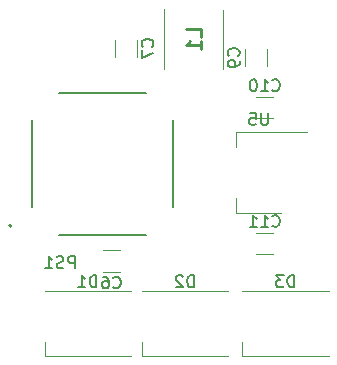
<source format=gbr>
G04 #@! TF.GenerationSoftware,KiCad,Pcbnew,7.0.2-6a45011f42~172~ubuntu22.04.1*
G04 #@! TF.CreationDate,2023-06-14T15:19:40+02:00*
G04 #@! TF.ProjectId,imu_module,696d755f-6d6f-4647-956c-652e6b696361,rev?*
G04 #@! TF.SameCoordinates,Original*
G04 #@! TF.FileFunction,Legend,Bot*
G04 #@! TF.FilePolarity,Positive*
%FSLAX46Y46*%
G04 Gerber Fmt 4.6, Leading zero omitted, Abs format (unit mm)*
G04 Created by KiCad (PCBNEW 7.0.2-6a45011f42~172~ubuntu22.04.1) date 2023-06-14 15:19:40*
%MOMM*%
%LPD*%
G01*
G04 APERTURE LIST*
%ADD10C,0.254000*%
%ADD11C,0.150000*%
%ADD12C,0.100000*%
%ADD13C,0.120000*%
%ADD14C,0.127000*%
%ADD15C,0.200000*%
G04 APERTURE END LIST*
D10*
X16337526Y-4488333D02*
X16337526Y-3883571D01*
X16337526Y-3883571D02*
X15067526Y-3883571D01*
X16337526Y-5576905D02*
X16337526Y-4851190D01*
X16337526Y-5214047D02*
X15067526Y-5214047D01*
X15067526Y-5214047D02*
X15248954Y-5093095D01*
X15248954Y-5093095D02*
X15369907Y-4972143D01*
X15369907Y-4972143D02*
X15430383Y-4851190D01*
D11*
X24238094Y-25712619D02*
X24238094Y-24712619D01*
X24238094Y-24712619D02*
X23999999Y-24712619D01*
X23999999Y-24712619D02*
X23857142Y-24760238D01*
X23857142Y-24760238D02*
X23761904Y-24855476D01*
X23761904Y-24855476D02*
X23714285Y-24950714D01*
X23714285Y-24950714D02*
X23666666Y-25141190D01*
X23666666Y-25141190D02*
X23666666Y-25284047D01*
X23666666Y-25284047D02*
X23714285Y-25474523D01*
X23714285Y-25474523D02*
X23761904Y-25569761D01*
X23761904Y-25569761D02*
X23857142Y-25665000D01*
X23857142Y-25665000D02*
X23999999Y-25712619D01*
X23999999Y-25712619D02*
X24238094Y-25712619D01*
X23333332Y-24712619D02*
X22714285Y-24712619D01*
X22714285Y-24712619D02*
X23047618Y-25093571D01*
X23047618Y-25093571D02*
X22904761Y-25093571D01*
X22904761Y-25093571D02*
X22809523Y-25141190D01*
X22809523Y-25141190D02*
X22761904Y-25188809D01*
X22761904Y-25188809D02*
X22714285Y-25284047D01*
X22714285Y-25284047D02*
X22714285Y-25522142D01*
X22714285Y-25522142D02*
X22761904Y-25617380D01*
X22761904Y-25617380D02*
X22809523Y-25665000D01*
X22809523Y-25665000D02*
X22904761Y-25712619D01*
X22904761Y-25712619D02*
X23190475Y-25712619D01*
X23190475Y-25712619D02*
X23285713Y-25665000D01*
X23285713Y-25665000D02*
X23333332Y-25617380D01*
X15738094Y-25712619D02*
X15738094Y-24712619D01*
X15738094Y-24712619D02*
X15499999Y-24712619D01*
X15499999Y-24712619D02*
X15357142Y-24760238D01*
X15357142Y-24760238D02*
X15261904Y-24855476D01*
X15261904Y-24855476D02*
X15214285Y-24950714D01*
X15214285Y-24950714D02*
X15166666Y-25141190D01*
X15166666Y-25141190D02*
X15166666Y-25284047D01*
X15166666Y-25284047D02*
X15214285Y-25474523D01*
X15214285Y-25474523D02*
X15261904Y-25569761D01*
X15261904Y-25569761D02*
X15357142Y-25665000D01*
X15357142Y-25665000D02*
X15499999Y-25712619D01*
X15499999Y-25712619D02*
X15738094Y-25712619D01*
X14785713Y-24807857D02*
X14738094Y-24760238D01*
X14738094Y-24760238D02*
X14642856Y-24712619D01*
X14642856Y-24712619D02*
X14404761Y-24712619D01*
X14404761Y-24712619D02*
X14309523Y-24760238D01*
X14309523Y-24760238D02*
X14261904Y-24807857D01*
X14261904Y-24807857D02*
X14214285Y-24903095D01*
X14214285Y-24903095D02*
X14214285Y-24998333D01*
X14214285Y-24998333D02*
X14261904Y-25141190D01*
X14261904Y-25141190D02*
X14833332Y-25712619D01*
X14833332Y-25712619D02*
X14214285Y-25712619D01*
X7488094Y-25712619D02*
X7488094Y-24712619D01*
X7488094Y-24712619D02*
X7249999Y-24712619D01*
X7249999Y-24712619D02*
X7107142Y-24760238D01*
X7107142Y-24760238D02*
X7011904Y-24855476D01*
X7011904Y-24855476D02*
X6964285Y-24950714D01*
X6964285Y-24950714D02*
X6916666Y-25141190D01*
X6916666Y-25141190D02*
X6916666Y-25284047D01*
X6916666Y-25284047D02*
X6964285Y-25474523D01*
X6964285Y-25474523D02*
X7011904Y-25569761D01*
X7011904Y-25569761D02*
X7107142Y-25665000D01*
X7107142Y-25665000D02*
X7249999Y-25712619D01*
X7249999Y-25712619D02*
X7488094Y-25712619D01*
X5964285Y-25712619D02*
X6535713Y-25712619D01*
X6249999Y-25712619D02*
X6249999Y-24712619D01*
X6249999Y-24712619D02*
X6345237Y-24855476D01*
X6345237Y-24855476D02*
X6440475Y-24950714D01*
X6440475Y-24950714D02*
X6535713Y-24998333D01*
X5639285Y-24097619D02*
X5639285Y-23097619D01*
X5639285Y-23097619D02*
X5258333Y-23097619D01*
X5258333Y-23097619D02*
X5163095Y-23145238D01*
X5163095Y-23145238D02*
X5115476Y-23192857D01*
X5115476Y-23192857D02*
X5067857Y-23288095D01*
X5067857Y-23288095D02*
X5067857Y-23430952D01*
X5067857Y-23430952D02*
X5115476Y-23526190D01*
X5115476Y-23526190D02*
X5163095Y-23573809D01*
X5163095Y-23573809D02*
X5258333Y-23621428D01*
X5258333Y-23621428D02*
X5639285Y-23621428D01*
X4686904Y-24050000D02*
X4544047Y-24097619D01*
X4544047Y-24097619D02*
X4305952Y-24097619D01*
X4305952Y-24097619D02*
X4210714Y-24050000D01*
X4210714Y-24050000D02*
X4163095Y-24002380D01*
X4163095Y-24002380D02*
X4115476Y-23907142D01*
X4115476Y-23907142D02*
X4115476Y-23811904D01*
X4115476Y-23811904D02*
X4163095Y-23716666D01*
X4163095Y-23716666D02*
X4210714Y-23669047D01*
X4210714Y-23669047D02*
X4305952Y-23621428D01*
X4305952Y-23621428D02*
X4496428Y-23573809D01*
X4496428Y-23573809D02*
X4591666Y-23526190D01*
X4591666Y-23526190D02*
X4639285Y-23478571D01*
X4639285Y-23478571D02*
X4686904Y-23383333D01*
X4686904Y-23383333D02*
X4686904Y-23288095D01*
X4686904Y-23288095D02*
X4639285Y-23192857D01*
X4639285Y-23192857D02*
X4591666Y-23145238D01*
X4591666Y-23145238D02*
X4496428Y-23097619D01*
X4496428Y-23097619D02*
X4258333Y-23097619D01*
X4258333Y-23097619D02*
X4115476Y-23145238D01*
X3163095Y-24097619D02*
X3734523Y-24097619D01*
X3448809Y-24097619D02*
X3448809Y-23097619D01*
X3448809Y-23097619D02*
X3544047Y-23240476D01*
X3544047Y-23240476D02*
X3639285Y-23335714D01*
X3639285Y-23335714D02*
X3734523Y-23383333D01*
X22392857Y-9017380D02*
X22440476Y-9065000D01*
X22440476Y-9065000D02*
X22583333Y-9112619D01*
X22583333Y-9112619D02*
X22678571Y-9112619D01*
X22678571Y-9112619D02*
X22821428Y-9065000D01*
X22821428Y-9065000D02*
X22916666Y-8969761D01*
X22916666Y-8969761D02*
X22964285Y-8874523D01*
X22964285Y-8874523D02*
X23011904Y-8684047D01*
X23011904Y-8684047D02*
X23011904Y-8541190D01*
X23011904Y-8541190D02*
X22964285Y-8350714D01*
X22964285Y-8350714D02*
X22916666Y-8255476D01*
X22916666Y-8255476D02*
X22821428Y-8160238D01*
X22821428Y-8160238D02*
X22678571Y-8112619D01*
X22678571Y-8112619D02*
X22583333Y-8112619D01*
X22583333Y-8112619D02*
X22440476Y-8160238D01*
X22440476Y-8160238D02*
X22392857Y-8207857D01*
X21440476Y-9112619D02*
X22011904Y-9112619D01*
X21726190Y-9112619D02*
X21726190Y-8112619D01*
X21726190Y-8112619D02*
X21821428Y-8255476D01*
X21821428Y-8255476D02*
X21916666Y-8350714D01*
X21916666Y-8350714D02*
X22011904Y-8398333D01*
X20821428Y-8112619D02*
X20726190Y-8112619D01*
X20726190Y-8112619D02*
X20630952Y-8160238D01*
X20630952Y-8160238D02*
X20583333Y-8207857D01*
X20583333Y-8207857D02*
X20535714Y-8303095D01*
X20535714Y-8303095D02*
X20488095Y-8493571D01*
X20488095Y-8493571D02*
X20488095Y-8731666D01*
X20488095Y-8731666D02*
X20535714Y-8922142D01*
X20535714Y-8922142D02*
X20583333Y-9017380D01*
X20583333Y-9017380D02*
X20630952Y-9065000D01*
X20630952Y-9065000D02*
X20726190Y-9112619D01*
X20726190Y-9112619D02*
X20821428Y-9112619D01*
X20821428Y-9112619D02*
X20916666Y-9065000D01*
X20916666Y-9065000D02*
X20964285Y-9017380D01*
X20964285Y-9017380D02*
X21011904Y-8922142D01*
X21011904Y-8922142D02*
X21059523Y-8731666D01*
X21059523Y-8731666D02*
X21059523Y-8493571D01*
X21059523Y-8493571D02*
X21011904Y-8303095D01*
X21011904Y-8303095D02*
X20964285Y-8207857D01*
X20964285Y-8207857D02*
X20916666Y-8160238D01*
X20916666Y-8160238D02*
X20821428Y-8112619D01*
X22392857Y-20517380D02*
X22440476Y-20565000D01*
X22440476Y-20565000D02*
X22583333Y-20612619D01*
X22583333Y-20612619D02*
X22678571Y-20612619D01*
X22678571Y-20612619D02*
X22821428Y-20565000D01*
X22821428Y-20565000D02*
X22916666Y-20469761D01*
X22916666Y-20469761D02*
X22964285Y-20374523D01*
X22964285Y-20374523D02*
X23011904Y-20184047D01*
X23011904Y-20184047D02*
X23011904Y-20041190D01*
X23011904Y-20041190D02*
X22964285Y-19850714D01*
X22964285Y-19850714D02*
X22916666Y-19755476D01*
X22916666Y-19755476D02*
X22821428Y-19660238D01*
X22821428Y-19660238D02*
X22678571Y-19612619D01*
X22678571Y-19612619D02*
X22583333Y-19612619D01*
X22583333Y-19612619D02*
X22440476Y-19660238D01*
X22440476Y-19660238D02*
X22392857Y-19707857D01*
X21440476Y-20612619D02*
X22011904Y-20612619D01*
X21726190Y-20612619D02*
X21726190Y-19612619D01*
X21726190Y-19612619D02*
X21821428Y-19755476D01*
X21821428Y-19755476D02*
X21916666Y-19850714D01*
X21916666Y-19850714D02*
X22011904Y-19898333D01*
X20488095Y-20612619D02*
X21059523Y-20612619D01*
X20773809Y-20612619D02*
X20773809Y-19612619D01*
X20773809Y-19612619D02*
X20869047Y-19755476D01*
X20869047Y-19755476D02*
X20964285Y-19850714D01*
X20964285Y-19850714D02*
X21059523Y-19898333D01*
X22011904Y-10962619D02*
X22011904Y-11772142D01*
X22011904Y-11772142D02*
X21964285Y-11867380D01*
X21964285Y-11867380D02*
X21916666Y-11915000D01*
X21916666Y-11915000D02*
X21821428Y-11962619D01*
X21821428Y-11962619D02*
X21630952Y-11962619D01*
X21630952Y-11962619D02*
X21535714Y-11915000D01*
X21535714Y-11915000D02*
X21488095Y-11867380D01*
X21488095Y-11867380D02*
X21440476Y-11772142D01*
X21440476Y-11772142D02*
X21440476Y-10962619D01*
X20488095Y-10962619D02*
X20964285Y-10962619D01*
X20964285Y-10962619D02*
X21011904Y-11438809D01*
X21011904Y-11438809D02*
X20964285Y-11391190D01*
X20964285Y-11391190D02*
X20869047Y-11343571D01*
X20869047Y-11343571D02*
X20630952Y-11343571D01*
X20630952Y-11343571D02*
X20535714Y-11391190D01*
X20535714Y-11391190D02*
X20488095Y-11438809D01*
X20488095Y-11438809D02*
X20440476Y-11534047D01*
X20440476Y-11534047D02*
X20440476Y-11772142D01*
X20440476Y-11772142D02*
X20488095Y-11867380D01*
X20488095Y-11867380D02*
X20535714Y-11915000D01*
X20535714Y-11915000D02*
X20630952Y-11962619D01*
X20630952Y-11962619D02*
X20869047Y-11962619D01*
X20869047Y-11962619D02*
X20964285Y-11915000D01*
X20964285Y-11915000D02*
X21011904Y-11867380D01*
X12217380Y-5333333D02*
X12265000Y-5285714D01*
X12265000Y-5285714D02*
X12312619Y-5142857D01*
X12312619Y-5142857D02*
X12312619Y-5047619D01*
X12312619Y-5047619D02*
X12265000Y-4904762D01*
X12265000Y-4904762D02*
X12169761Y-4809524D01*
X12169761Y-4809524D02*
X12074523Y-4761905D01*
X12074523Y-4761905D02*
X11884047Y-4714286D01*
X11884047Y-4714286D02*
X11741190Y-4714286D01*
X11741190Y-4714286D02*
X11550714Y-4761905D01*
X11550714Y-4761905D02*
X11455476Y-4809524D01*
X11455476Y-4809524D02*
X11360238Y-4904762D01*
X11360238Y-4904762D02*
X11312619Y-5047619D01*
X11312619Y-5047619D02*
X11312619Y-5142857D01*
X11312619Y-5142857D02*
X11360238Y-5285714D01*
X11360238Y-5285714D02*
X11407857Y-5333333D01*
X11312619Y-5666667D02*
X11312619Y-6333333D01*
X11312619Y-6333333D02*
X12312619Y-5904762D01*
X19517380Y-6108333D02*
X19565000Y-6060714D01*
X19565000Y-6060714D02*
X19612619Y-5917857D01*
X19612619Y-5917857D02*
X19612619Y-5822619D01*
X19612619Y-5822619D02*
X19565000Y-5679762D01*
X19565000Y-5679762D02*
X19469761Y-5584524D01*
X19469761Y-5584524D02*
X19374523Y-5536905D01*
X19374523Y-5536905D02*
X19184047Y-5489286D01*
X19184047Y-5489286D02*
X19041190Y-5489286D01*
X19041190Y-5489286D02*
X18850714Y-5536905D01*
X18850714Y-5536905D02*
X18755476Y-5584524D01*
X18755476Y-5584524D02*
X18660238Y-5679762D01*
X18660238Y-5679762D02*
X18612619Y-5822619D01*
X18612619Y-5822619D02*
X18612619Y-5917857D01*
X18612619Y-5917857D02*
X18660238Y-6060714D01*
X18660238Y-6060714D02*
X18707857Y-6108333D01*
X19612619Y-6584524D02*
X19612619Y-6775000D01*
X19612619Y-6775000D02*
X19565000Y-6870238D01*
X19565000Y-6870238D02*
X19517380Y-6917857D01*
X19517380Y-6917857D02*
X19374523Y-7013095D01*
X19374523Y-7013095D02*
X19184047Y-7060714D01*
X19184047Y-7060714D02*
X18803095Y-7060714D01*
X18803095Y-7060714D02*
X18707857Y-7013095D01*
X18707857Y-7013095D02*
X18660238Y-6965476D01*
X18660238Y-6965476D02*
X18612619Y-6870238D01*
X18612619Y-6870238D02*
X18612619Y-6679762D01*
X18612619Y-6679762D02*
X18660238Y-6584524D01*
X18660238Y-6584524D02*
X18707857Y-6536905D01*
X18707857Y-6536905D02*
X18803095Y-6489286D01*
X18803095Y-6489286D02*
X19041190Y-6489286D01*
X19041190Y-6489286D02*
X19136428Y-6536905D01*
X19136428Y-6536905D02*
X19184047Y-6584524D01*
X19184047Y-6584524D02*
X19231666Y-6679762D01*
X19231666Y-6679762D02*
X19231666Y-6870238D01*
X19231666Y-6870238D02*
X19184047Y-6965476D01*
X19184047Y-6965476D02*
X19136428Y-7013095D01*
X19136428Y-7013095D02*
X19041190Y-7060714D01*
X8916666Y-25717380D02*
X8964285Y-25765000D01*
X8964285Y-25765000D02*
X9107142Y-25812619D01*
X9107142Y-25812619D02*
X9202380Y-25812619D01*
X9202380Y-25812619D02*
X9345237Y-25765000D01*
X9345237Y-25765000D02*
X9440475Y-25669761D01*
X9440475Y-25669761D02*
X9488094Y-25574523D01*
X9488094Y-25574523D02*
X9535713Y-25384047D01*
X9535713Y-25384047D02*
X9535713Y-25241190D01*
X9535713Y-25241190D02*
X9488094Y-25050714D01*
X9488094Y-25050714D02*
X9440475Y-24955476D01*
X9440475Y-24955476D02*
X9345237Y-24860238D01*
X9345237Y-24860238D02*
X9202380Y-24812619D01*
X9202380Y-24812619D02*
X9107142Y-24812619D01*
X9107142Y-24812619D02*
X8964285Y-24860238D01*
X8964285Y-24860238D02*
X8916666Y-24907857D01*
X8059523Y-24812619D02*
X8249999Y-24812619D01*
X8249999Y-24812619D02*
X8345237Y-24860238D01*
X8345237Y-24860238D02*
X8392856Y-24907857D01*
X8392856Y-24907857D02*
X8488094Y-25050714D01*
X8488094Y-25050714D02*
X8535713Y-25241190D01*
X8535713Y-25241190D02*
X8535713Y-25622142D01*
X8535713Y-25622142D02*
X8488094Y-25717380D01*
X8488094Y-25717380D02*
X8440475Y-25765000D01*
X8440475Y-25765000D02*
X8345237Y-25812619D01*
X8345237Y-25812619D02*
X8154761Y-25812619D01*
X8154761Y-25812619D02*
X8059523Y-25765000D01*
X8059523Y-25765000D02*
X8011904Y-25717380D01*
X8011904Y-25717380D02*
X7964285Y-25622142D01*
X7964285Y-25622142D02*
X7964285Y-25384047D01*
X7964285Y-25384047D02*
X8011904Y-25288809D01*
X8011904Y-25288809D02*
X8059523Y-25241190D01*
X8059523Y-25241190D02*
X8154761Y-25193571D01*
X8154761Y-25193571D02*
X8345237Y-25193571D01*
X8345237Y-25193571D02*
X8440475Y-25241190D01*
X8440475Y-25241190D02*
X8488094Y-25288809D01*
X8488094Y-25288809D02*
X8535713Y-25384047D01*
D12*
X18250000Y-7200000D02*
X18250000Y-2200000D01*
X13250000Y-7200000D02*
X13250000Y-2160000D01*
D13*
X19850000Y-31500000D02*
X19850000Y-30350000D01*
X27150000Y-31500000D02*
X19850000Y-31500000D01*
X27150000Y-26000000D02*
X19850000Y-26000000D01*
X11350000Y-31500000D02*
X11350000Y-30350000D01*
X18650000Y-31500000D02*
X11350000Y-31500000D01*
X18650000Y-26000000D02*
X11350000Y-26000000D01*
X3100000Y-31500000D02*
X3100000Y-30350000D01*
X10400000Y-31500000D02*
X3100000Y-31500000D01*
X10400000Y-26000000D02*
X3100000Y-26000000D01*
D14*
X2000000Y-18930000D02*
X2000000Y-11570000D01*
X4320000Y-21250000D02*
X11680000Y-21250000D01*
X14000000Y-18930000D02*
X14000000Y-11570000D01*
X4320000Y-9250000D02*
X11680000Y-9250000D01*
D15*
X310000Y-20500000D02*
G75*
G03*
X310000Y-20500000I-100000J0D01*
G01*
D13*
X22461252Y-9590000D02*
X21038748Y-9590000D01*
X22461252Y-11410000D02*
X21038748Y-11410000D01*
X22461252Y-21090000D02*
X21038748Y-21090000D01*
X22461252Y-22910000D02*
X21038748Y-22910000D01*
X25350000Y-12590000D02*
X19340000Y-12590000D01*
X23100000Y-19410000D02*
X19340000Y-19410000D01*
X19340000Y-12590000D02*
X19340000Y-13850000D01*
X19340000Y-19410000D02*
X19340000Y-18150000D01*
X10910000Y-6211252D02*
X10910000Y-4788748D01*
X9090000Y-6211252D02*
X9090000Y-4788748D01*
X20090000Y-5563748D02*
X20090000Y-6986252D01*
X21910000Y-5563748D02*
X21910000Y-6986252D01*
X8038748Y-24410000D02*
X9461252Y-24410000D01*
X8038748Y-22590000D02*
X9461252Y-22590000D01*
M02*

</source>
